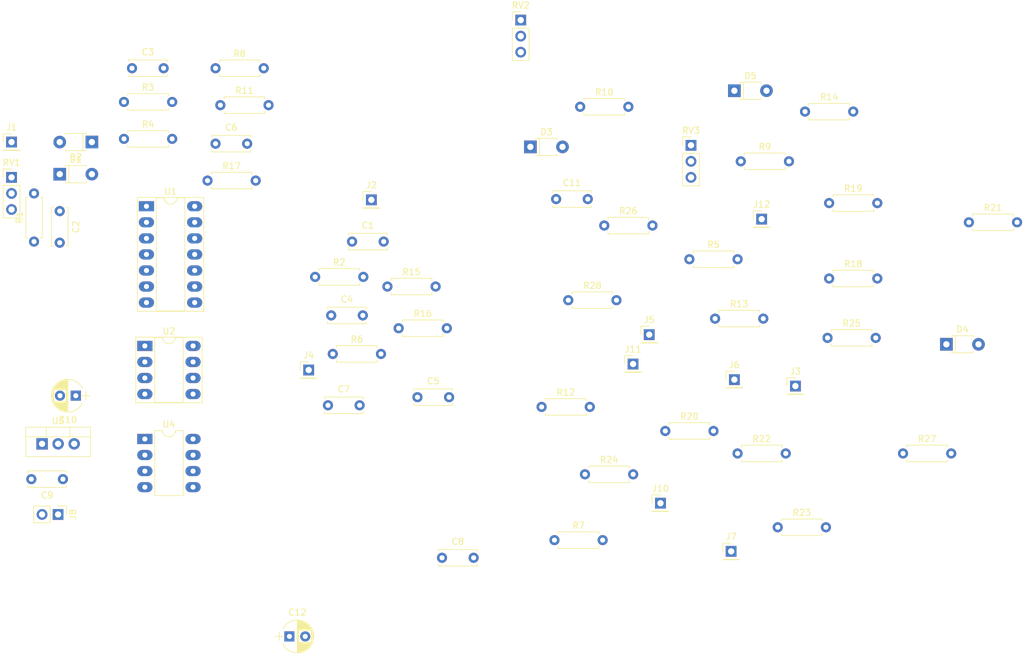
<source format=kicad_pcb>
(kicad_pcb (version 20221018) (generator pcbnew)
  (title_block (title "EDP Wasp VCF (+5v Powered)") (date "2019-12-23") (rev "1.0") (company "D Q McDonald") (comment 1 "Design by Juergen Haible"))
  (layers (0 "F.Cu" signal) (31 "B.Cu" signal) (34 "B.Paste" user) (35 "F.Paste" user) (36 "B.SilkS" user "B.Silkscreen") (37 "F.SilkS" user "F.Silkscreen") (38 "B.Mask" user) (39 "F.Mask" user) (44 "Edge.Cuts" user))
  (net 0 "")
  (net 1 "Net-(C1-Pad1)")
  (net 2 "Net-(C1-Pad2)")
  (net 3 "Net-(C2-Pad1)")
  (net 4 "Net-(C2-Pad2)")
  (net 5 "Net-(C11-Pad1)")
  (net 6 "GND")
  (net 7 "Net-(C4-Pad1)")
  (net 8 "Net-(C5-Pad1)")
  (net 9 "Net-(C6-Pad1)")
  (net 10 "Net-(C6-Pad2)")
  (net 11 "Net-(C7-Pad2)")
  (net 12 "Net-(C7-Pad1)")
  (net 13 "Net-(C8-Pad2)")
  (net 14 "Net-(C8-Pad1)")
  (net 15 "Net-(C9-Pad2)")
  (net 16 "+5V")
  (net 17 "Net-(C11-Pad2)")
  (net 18 "Net-(C12-Pad2)")
  (net 19 "Net-(C12-Pad1)")
  (net 20 "Net-(D3-Pad1)")
  (net 21 "Net-(D5-Pad2)")
  (net 22 "Net-(J1-Pad1)")
  (net 23 "Net-(J3-Pad1)")
  (net 24 "Net-(J5-Pad1)")
  (net 25 "Net-(J12-Pad1)")
  (net 26 "Net-(R1-Pad2)")
  (net 27 "Net-(R2-Pad1)")
  (net 28 "Net-(R5-Pad1)")
  (net 29 "Net-(R10-Pad1)")
  (net 30 "Net-(R12-Pad2)")
  (net 31 "Net-(R18-Pad2)")
  (net 32 "Net-(R18-Pad1)")
  (net 33 "Net-(R19-Pad2)")
  (net 34 "Net-(R20-Pad1)")
  (net 35 "Net-(R23-Pad1)")
  (net 36 "Net-(R24-Pad2)")
  (net 37 "Net-(R27-Pad1)")
  (net 38 "Net-(U2-Pad8)")
  (net 39 "Net-(U2-Pad1)")
  (net 40 "Net-(U4-Pad8)")
  (net 41 "Net-(U4-Pad1)")
  (footprint "Capacitors_ThroughHole:C_Disc_D6.0mm_W2.5mm_P5.00mm" (layer "F.Cu") (at 69.85 56.134)
    (fp_text reference "C1" (at 2.5 -2.56) (layer "F.SilkS"))
    (fp_text value "100nF")
    (pad "1" thru_hole circle (at 0 0) (size 1.6 1.6) (drill 0.8) (layers "*.Cu" "*.Mask") (net 1 "Net-(C1-Pad1)"))
    (pad "2" thru_hole circle (at 5 0) (size 1.6 1.6) (drill 0.8) (layers "*.Cu" "*.Mask") (net 2 "Net-(C1-Pad2)"))
  )
  (footprint "Capacitors_ThroughHole:C_Disc_D6.0mm_W2.5mm_P5.00mm" (layer "F.Cu") (at 23.622 51.308 -90)
    (fp_text reference "C2" (at 2.5 -2.56 90) (layer "F.SilkS"))
    (fp_text value "220nF")
    (pad "1" thru_hole circle (at 0 0 270) (size 1.6 1.6) (drill 0.8) (layers "*.Cu" "*.Mask") (net 3 "Net-(C2-Pad1)"))
    (pad "2" thru_hole circle (at 5 0 270) (size 1.6 1.6) (drill 0.8) (layers "*.Cu" "*.Mask") (net 4 "Net-(C2-Pad2)"))
  )
  (footprint "Capacitors_ThroughHole:C_Disc_D6.0mm_W2.5mm_P5.00mm" (layer "F.Cu") (at 35.052 28.702)
    (fp_text reference "C3" (at 2.5 -2.56) (layer "F.SilkS"))
    (fp_text value "68pF")
    (pad "1" thru_hole circle (at 0 0) (size 1.6 1.6) (drill 0.8) (layers "*.Cu" "*.Mask") (net 5 "Net-(C11-Pad1)"))
    (pad "2" thru_hole circle (at 5 0) (size 1.6 1.6) (drill 0.8) (layers "*.Cu" "*.Mask") (net 3 "Net-(C2-Pad1)"))
  )
  (footprint "Capacitors_ThroughHole:C_Disc_D6.0mm_W2.5mm_P5.00mm" (layer "F.Cu") (at 66.548 67.818)
    (fp_text reference "C4" (at 2.5 -2.56) (layer "F.SilkS"))
    (fp_text value "1nF")
    (pad "1" thru_hole circle (at 0 0) (size 1.6 1.6) (drill 0.8) (layers "*.Cu" "*.Mask") (net 7 "Net-(C4-Pad1)"))
    (pad "2" thru_hole circle (at 5 0) (size 1.6 1.6) (drill 0.8) (layers "*.Cu" "*.Mask") (net 6 "GND"))
  )
  (footprint "Capacitors_ThroughHole:C_Disc_D6.0mm_W2.5mm_P5.00mm" (layer "F.Cu") (at 80.189001 80.759001)
    (fp_text reference "C5" (at 2.5 -2.56) (layer "F.SilkS"))
    (fp_text value "220nF")
    (pad "1" thru_hole circle (at 0 0) (size 1.6 1.6) (drill 0.8) (layers "*.Cu" "*.Mask") (net 8 "Net-(C5-Pad1)"))
    (pad "2" thru_hole circle (at 5 0) (size 1.6 1.6) (drill 0.8) (layers "*.Cu" "*.Mask") (net 6 "GND"))
  )
  (footprint "Capacitors_ThroughHole:C_Disc_D6.0mm_W2.5mm_P5.00mm" (layer "F.Cu") (at 48.26 40.64)
    (fp_text reference "C6" (at 2.5 -2.56) (layer "F.SilkS"))
    (fp_text value "220nF")
    (pad "1" thru_hole circle (at 0 0) (size 1.6 1.6) (drill 0.8) (layers "*.Cu" "*.Mask") (net 9 "Net-(C6-Pad1)"))
    (pad "2" thru_hole circle (at 5 0) (size 1.6 1.6) (drill 0.8) (layers "*.Cu" "*.Mask") (net 10 "Net-(C6-Pad2)"))
  )
  (footprint "Capacitors_ThroughHole:C_Disc_D6.0mm_W2.5mm_P5.00mm" (layer "F.Cu") (at 66.04 82.042)
    (fp_text reference "C7" (at 2.5 -2.56) (layer "F.SilkS"))
    (fp_text value "1nF")
    (pad "1" thru_hole circle (at 0 0) (size 1.6 1.6) (drill 0.8) (layers "*.Cu" "*.Mask") (net 12 "Net-(C7-Pad1)"))
    (pad "2" thru_hole circle (at 5 0) (size 1.6 1.6) (drill 0.8) (layers "*.Cu" "*.Mask") (net 11 "Net-(C7-Pad2)"))
  )
  (footprint "Capacitors_ThroughHole:C_Disc_D6.0mm_W2.5mm_P5.00mm" (layer "F.Cu") (at 84.074 106.172)
    (fp_text reference "C8" (at 2.5 -2.56) (layer "F.SilkS"))
    (fp_text value "1nF")
    (pad "1" thru_hole circle (at 0 0) (size 1.6 1.6) (drill 0.8) (layers "*.Cu" "*.Mask") (net 14 "Net-(C8-Pad1)"))
    (pad "2" thru_hole circle (at 5 0) (size 1.6 1.6) (drill 0.8) (layers "*.Cu" "*.Mask") (net 13 "Net-(C8-Pad2)"))
  )
  (footprint "Capacitors_ThroughHole:C_Disc_D6.0mm_W2.5mm_P5.00mm" (layer "F.Cu") (at 24.13 93.726 180)
    (fp_text reference "C9" (at 2.5 -2.56) (layer "F.SilkS"))
    (fp_text value "100nF")
    (pad "1" thru_hole circle (at 0 0 180) (size 1.6 1.6) (drill 0.8) (layers "*.Cu" "*.Mask") (net 6 "GND"))
    (pad "2" thru_hole circle (at 5 0 180) (size 1.6 1.6) (drill 0.8) (layers "*.Cu" "*.Mask") (net 15 "Net-(C9-Pad2)"))
  )
  (footprint "Capacitors_ThroughHole:C_Disc_D6.0mm_W2.5mm_P5.00mm" (layer "F.Cu") (at 102.119001 49.409001)
    (fp_text reference "C11" (at 2.5 -2.56) (layer "F.SilkS"))
    (fp_text value "1nF")
    (pad "1" thru_hole circle (at 0 0) (size 1.6 1.6) (drill 0.8) (layers "*.Cu" "*.Mask") (net 5 "Net-(C11-Pad1)"))
    (pad "2" thru_hole circle (at 5 0) (size 1.6 1.6) (drill 0.8) (layers "*.Cu" "*.Mask") (net 17 "Net-(C11-Pad2)"))
  )
  (footprint "Diodes_ThroughHole:D_T-1_P5.08mm_Horizontal" (layer "F.Cu") (at 23.622 45.466)
    (fp_text reference "D1" (at 2.54 -2.36) (layer "F.SilkS"))
    (fp_text value "BAT85")
    (pad "1" thru_hole rect (at 0 0) (size 2 2) (drill 1) (layers "*.Cu" "*.Mask") (net 3 "Net-(C2-Pad1)"))
    (pad "2" thru_hole oval (at 5.08 0) (size 2 2) (drill 1) (layers "*.Cu" "*.Mask") (net 6 "GND"))
  )
  (footprint "Diodes_ThroughHole:D_T-1_P5.08mm_Horizontal" (layer "F.Cu") (at 28.702 40.386 180)
    (fp_text reference "D2" (at 2.54 -2.36) (layer "F.SilkS"))
    (fp_text value "BAT85")
    (pad "1" thru_hole rect (at 0 0 180) (size 2 2) (drill 1) (layers "*.Cu" "*.Mask") (net 16 "+5V"))
    (pad "2" thru_hole oval (at 5.08 0 180) (size 2 2) (drill 1) (layers "*.Cu" "*.Mask") (net 3 "Net-(C2-Pad1)"))
  )
  (footprint "Diodes_ThroughHole:D_T-1_P5.08mm_Horizontal" (layer "F.Cu") (at 98.044 41.148)
    (fp_text reference "D3" (at 2.54 -2.36) (layer "F.SilkS"))
    (fp_text value "1N4148")
    (pad "1" thru_hole rect (at 0 0) (size 2 2) (drill 1) (layers "*.Cu" "*.Mask") (net 20 "Net-(D3-Pad1)"))
    (pad "2" thru_hole oval (at 5.08 0) (size 2 2) (drill 1) (layers "*.Cu" "*.Mask") (net 3 "Net-(C2-Pad1)"))
  )
  (footprint "Diodes_ThroughHole:D_T-1_P5.08mm_Horizontal" (layer "F.Cu") (at 163.83 72.39)
    (fp_text reference "D4" (at 2.54 -2.36) (layer "F.SilkS"))
    (fp_text value "1N4148")
    (pad "1" thru_hole rect (at 0 0) (size 2 2) (drill 1) (layers "*.Cu" "*.Mask") (net 3 "Net-(C2-Pad1)"))
    (pad "2" thru_hole oval (at 5.08 0) (size 2 2) (drill 1) (layers "*.Cu" "*.Mask") (net 20 "Net-(D3-Pad1)"))
  )
  (footprint "Diodes_ThroughHole:D_T-1_P5.08mm_Horizontal" (layer "F.Cu") (at 130.302 32.258)
    (fp_text reference "D5" (at 2.54 -2.36) (layer "F.SilkS"))
    (fp_text value "1N4148")
    (pad "1" thru_hole rect (at 0 0) (size 2 2) (drill 1) (layers "*.Cu" "*.Mask") (net 6 "GND"))
    (pad "2" thru_hole oval (at 5.08 0) (size 2 2) (drill 1) (layers "*.Cu" "*.Mask") (net 21 "Net-(D5-Pad2)"))
  )
  (footprint "Pin_Headers:Pin_Header_Straight_1x01_Pitch2.54mm" (layer "F.Cu") (at 16.002 40.386)
    (fp_text reference "J1" (at 0 -2.33) (layer "F.SilkS"))
    (fp_text value "IN")
    (pad "1" thru_hole rect (at 0 0) (size 1.7 1.7) (drill 1) (layers "*.Cu" "*.Mask") (net 22 "Net-(J1-Pad1)"))
  )
  (footprint "Pin_Headers:Pin_Header_Straight_1x01_Pitch2.54mm" (layer "F.Cu") (at 72.898 49.53)
    (fp_text reference "J2" (at 0 -2.33) (layer "F.SilkS"))
    (fp_text value "DistIn")
    (pad "1" thru_hole rect (at 0 0) (size 1.7 1.7) (drill 1) (layers "*.Cu" "*.Mask") (net 2 "Net-(C1-Pad2)"))
  )
  (footprint "Pin_Headers:Pin_Header_Straight_1x01_Pitch2.54mm" (layer "F.Cu") (at 139.954 78.994)
    (fp_text reference "J3" (at 0 -2.33) (layer "F.SilkS"))
    (fp_text value "HP")
    (pad "1" thru_hole rect (at 0 0) (size 1.7 1.7) (drill 1) (layers "*.Cu" "*.Mask") (net 23 "Net-(J3-Pad1)"))
  )
  (footprint "Pin_Headers:Pin_Header_Straight_1x01_Pitch2.54mm" (layer "F.Cu") (at 62.992 76.454)
    (fp_text reference "J4" (at 0 -2.33) (layer "F.SilkS"))
    (fp_text value "DistOut")
    (pad "1" thru_hole rect (at 0 0) (size 1.7 1.7) (drill 1) (layers "*.Cu" "*.Mask") (net 12 "Net-(C7-Pad1)"))
  )
  (footprint "Pin_Headers:Pin_Header_Straight_1x01_Pitch2.54mm" (layer "F.Cu") (at 116.839001 70.859001)
    (fp_text reference "J5" (at 0 -2.33) (layer "F.SilkS"))
    (fp_text value "NP")
    (pad "1" thru_hole rect (at 0 0) (size 1.7 1.7) (drill 1) (layers "*.Cu" "*.Mask") (net 24 "Net-(J5-Pad1)"))
  )
  (footprint "Pin_Headers:Pin_Header_Straight_1x01_Pitch2.54mm" (layer "F.Cu") (at 130.302 77.978)
    (fp_text reference "J6" (at 0 -2.33) (layer "F.SilkS"))
    (fp_text value "LP")
    (pad "1" thru_hole rect (at 0 0) (size 1.7 1.7) (drill 1) (layers "*.Cu" "*.Mask") (net 5 "Net-(C11-Pad1)"))
  )
  (footprint "Pin_Headers:Pin_Header_Straight_1x01_Pitch2.54mm" (layer "F.Cu") (at 129.794 105.156)
    (fp_text reference "J7" (at 0 -2.33) (layer "F.SilkS"))
    (fp_text value "BP")
    (pad "1" thru_hole rect (at 0 0) (size 1.7 1.7) (drill 1) (layers "*.Cu" "*.Mask") (net 14 "Net-(C8-Pad1)"))
  )
  (footprint "Pin_Headers:Pin_Header_Straight_1x01_Pitch2.54mm" (layer "F.Cu") (at 118.618 97.536)
    (fp_text reference "J10" (at 0 -2.33) (layer "F.SilkS"))
    (fp_text value "OutIn")
    (pad "1" thru_hole rect (at 0 0) (size 1.7 1.7) (drill 1) (layers "*.Cu" "*.Mask") (net 19 "Net-(C12-Pad1)"))
  )
  (footprint "Pin_Headers:Pin_Header_Straight_1x01_Pitch2.54mm" (layer "F.Cu") (at 114.289001 75.509001)
    (fp_text reference "J11" (at 0 -2.33) (layer "F.SilkS"))
    (fp_text value "OutOut")
    (pad "1" thru_hole rect (at 0 0) (size 1.7 1.7) (drill 1) (layers "*.Cu" "*.Mask") (net 18 "Net-(C12-Pad2)"))
  )
  (footprint "Pin_Headers:Pin_Header_Straight_1x01_Pitch2.54mm" (layer "F.Cu") (at 134.62 52.578)
    (fp_text reference "J12" (at 0 -2.33) (layer "F.SilkS"))
    (fp_text value "CV In")
    (pad "1" thru_hole rect (at 0 0) (size 1.7 1.7) (drill 1) (layers "*.Cu" "*.Mask") (net 25 "Net-(J12-Pad1)"))
  )
  (footprint "Housings_DIP:DIP-14_W7.62mm_Socket_LongPads" (layer "F.Cu") (at 37.338 50.546)
    (fp_text reference "U1" (at 3.81 -2.33) (layer "F.SilkS"))
    (fp_text value "4069")
    (pad "1" thru_hole rect (at 0 0) (size 2.4 1.6) (drill 0.8) (layers "*.Cu" "*.Mask") (net 3 "Net-(C2-Pad1)"))
    (pad "2" thru_hole oval (at 0 2.54) (size 2.4 1.6) (drill 0.8) (layers "*.Cu" "*.Mask") (net 23 "Net-(J3-Pad1)"))
    (pad "3" thru_hole oval (at 0 5.08) (size 2.4 1.6) (drill 0.8) (layers "*.Cu" "*.Mask") (net 13 "Net-(C8-Pad2)"))
    (pad "4" thru_hole oval (at 0 7.62) (size 2.4 1.6) (drill 0.8) (layers "*.Cu" "*.Mask") (net 14 "Net-(C8-Pad1)"))
    (pad "5" thru_hole oval (at 0 10.16) (size 2.4 1.6) (drill 0.8) (layers "*.Cu" "*.Mask") (net 17 "Net-(C11-Pad2)"))
    (pad "6" thru_hole oval (at 0 12.7) (size 2.4 1.6) (drill 0.8) (layers "*.Cu" "*.Mask") (net 5 "Net-(C11-Pad1)"))
    (pad "7" thru_hole oval (at 0 15.24) (size 2.4 1.6) (drill 0.8) (layers "*.Cu" "*.Mask") (net 6 "GND"))
    (pad "8" thru_hole oval (at 7.62 15.24) (size 2.4 1.6) (drill 0.8) (layers "*.Cu" "*.Mask") (net 24 "Net-(J5-Pad1)"))
    (pad "9" thru_hole oval (at 7.62 12.7) (size 2.4 1.6) (drill 0.8) (layers "*.Cu" "*.Mask") (net 9 "Net-(C6-Pad1)"))
    (pad "10" thru_hole oval (at 7.62 10.16) (size 2.4 1.6) (drill 0.8) (layers "*.Cu" "*.Mask") (net 27 "Net-(R2-Pad1)"))
    (pad "11" thru_hole oval (at 7.62 7.62) (size 2.4 1.6) (drill 0.8) (layers "*.Cu" "*.Mask") (net 1 "Net-(C1-Pad1)"))
    (pad "12" thru_hole oval (at 7.62 5.08) (size 2.4 1.6) (drill 0.8) (layers "*.Cu" "*.Mask") (net 12 "Net-(C7-Pad1)"))
    (pad "13" thru_hole oval (at 7.62 2.54) (size 2.4 1.6) (drill 0.8) (layers "*.Cu" "*.Mask") (net 11 "Net-(C7-Pad2)"))
    (pad "14" thru_hole oval (at 7.62 0) (size 2.4 1.6) (drill 0.8) (layers "*.Cu" "*.Mask") (net 16 "+5V"))
  )
  (footprint "Housings_DIP:DIP-8_W7.62mm_Socket_LongPads" (layer "F.Cu") (at 37.084 72.644)
    (fp_text reference "U2" (at 3.81 -2.33) (layer "F.SilkS"))
    (fp_text value "CA3080")
    (pad "1" thru_hole rect (at 0 0) (size 2.4 1.6) (drill 0.8) (layers "*.Cu" "*.Mask") (net 39 "Net-(U2-Pad1)"))
    (pad "2" thru_hole oval (at 0 2.54) (size 2.4 1.6) (drill 0.8) (layers "*.Cu" "*.Mask") (net 29 "Net-(R10-Pad1)"))
    (pad "3" thru_hole oval (at 0 5.08) (size 2.4 1.6) (drill 0.8) (layers "*.Cu" "*.Mask") (net 30 "Net-(R12-Pad2)"))
    (pad "4" thru_hole oval (at 0 7.62) (size 2.4 1.6) (drill 0.8) (layers "*.Cu" "*.Mask") (net 6 "GND"))
    (pad "5" thru_hole oval (at 7.62 7.62) (size 2.4 1.6) (drill 0.8) (layers "*.Cu" "*.Mask") (net 32 "Net-(R18-Pad1)"))
    (pad "6" thru_hole oval (at 7.62 5.08) (size 2.4 1.6) (drill 0.8) (layers "*.Cu" "*.Mask") (net 13 "Net-(C8-Pad2)"))
    (pad "7" thru_hole oval (at 7.62 2.54) (size 2.4 1.6) (drill 0.8) (layers "*.Cu" "*.Mask") (net 16 "+5V"))
    (pad "8" thru_hole oval (at 7.62 0) (size 2.4 1.6) (drill 0.8) (layers "*.Cu" "*.Mask") (net 38 "Net-(U2-Pad8)"))
  )
  (footprint "TO_SOT_Packages_THT:TO-220-3_Vertical" (layer "F.Cu") (at 20.828 88.138)
    (fp_text reference "U3" (at 2.54 -3.62) (layer "F.SilkS"))
    (fp_text value "L7805")
    (pad "1" thru_hole rect (at 0 0) (size 1.8 1.8) (drill 1) (layers "*.Cu" "*.Mask") (net 15 "Net-(C9-Pad2)"))
    (pad "2" thru_hole oval (at 2.54 0) (size 1.8 1.8) (drill 1) (layers "*.Cu" "*.Mask") (net 6 "GND"))
    (pad "3" thru_hole oval (at 5.08 0) (size 1.8 1.8) (drill 1) (layers "*.Cu" "*.Mask") (net 16 "+5V"))
  )
  (footprint "Housings_DIP:DIP-8_W7.62mm_LongPads" (layer "F.Cu") (at 37.084 87.376)
    (fp_text reference "U4" (at 3.81 -2.33) (layer "F.SilkS"))
    (fp_text value "CA3080")
    (pad "1" thru_hole rect (at 0 0) (size 2.4 1.6) (drill 0.8) (layers "*.Cu" "*.Mask") (net 41 "Net-(U4-Pad1)"))
    (pad "2" thru_hole oval (at 0 2.54) (size 2.4 1.6) (drill 0.8) (layers "*.Cu" "*.Mask") (net 34 "Net-(R20-Pad1)"))
    (pad "3" thru_hole oval (at 0 5.08) (size 2.4 1.6) (drill 0.8) (layers "*.Cu" "*.Mask") (net 33 "Net-(R19-Pad2)"))
    (pad "4" thru_hole oval (at 0 7.62) (size 2.4 1.6) (drill 0.8) (layers "*.Cu" "*.Mask") (net 6 "GND"))
    (pad "5" thru_hole oval (at 7.62 7.62) (size 2.4 1.6) (drill 0.8) (layers "*.Cu" "*.Mask") (net 35 "Net-(R23-Pad1)"))
    (pad "6" thru_hole oval (at 7.62 5.08) (size 2.4 1.6) (drill 0.8) (layers "*.Cu" "*.Mask") (net 17 "Net-(C11-Pad2)"))
    (pad "7" thru_hole oval (at 7.62 2.54) (size 2.4 1.6) (drill 0.8) (layers "*.Cu" "*.Mask") (net 16 "+5V"))
    (pad "8" thru_hole oval (at 7.62 0) (size 2.4 1.6) (drill 0.8) (layers "*.Cu" "*.Mask") (net 40 "Net-(U4-Pad8)"))
  )
  (footprint "Pin_Headers:Pin_Header_Straight_1x02_Pitch2.54mm" (layer "F.Cu") (at 23.368 99.314 -90)
    (fp_text reference "J8" (at 0 -2.33 90) (layer "F.SilkS"))
    (fp_text value "12V")
    (pad "1" thru_hole rect (at 0 0 270) (size 1.7 1.7) (drill 1) (layers "*.Cu" "*.Mask") (net 6 "GND"))
    (pad "2" thru_hole oval (at 0 2.54 270) (size 1.7 1.7) (drill 1) (layers "*.Cu" "*.Mask") (net 15 "Net-(C9-Pad2)"))
  )
  (footprint "Pin_Headers:Pin_Header_Straight_1x03_Pitch2.54mm" (layer "F.Cu") (at 16.002 45.974)
    (fp_text reference "RV1" (at 0 -2.33) (layer "F.SilkS"))
    (fp_text value "50K")
    (pad "1" thru_hole rect (at 0 0) (size 1.7 1.7) (drill 1) (layers "*.Cu" "*.Mask") (net 22 "Net-(J1-Pad1)"))
    (pad "2" thru_hole oval (at 0 2.54) (size 1.7 1.7) (drill 1) (layers "*.Cu" "*.Mask") (net 26 "Net-(R1-Pad2)"))
    (pad "3" thru_hole oval (at 0 5.08) (size 1.7 1.7) (drill 1) (layers "*.Cu" "*.Mask") (net 6 "GND"))
  )
  (footprint "Pin_Headers:Pin_Header_Straight_1x03_Pitch2.54mm" (layer "F.Cu") (at 96.52 21.082)
    (fp_text reference "RV2" (at 0 -2.33) (layer "F.SilkS"))
    (fp_text value "47K")
    (pad "1" thru_hole rect (at 0 0) (size 1.7 1.7) (drill 1) (layers "*.Cu" "*.Mask") (net 14 "Net-(C8-Pad1)"))
    (pad "2" thru_hole oval (at 0 2.54) (size 1.7 1.7) (drill 1) (layers "*.Cu" "*.Mask") (net 28 "Net-(R5-Pad1)"))
    (pad "3" thru_hole oval (at 0 5.08) (size 1.7 1.7) (drill 1) (layers "*.Cu" "*.Mask") (net 8 "Net-(C5-Pad1)"))
  )
  (footprint "Pin_Headers:Pin_Header_Straight_1x03_Pitch2.54mm" (layer "F.Cu") (at 123.444 40.894)
    (fp_text reference "RV3" (at 0 -2.33) (layer "F.SilkS"))
    (fp_text value "10K")
    (pad "1" thru_hole rect (at 0 0) (size 1.7 1.7) (drill 1) (layers "*.Cu" "*.Mask") (net 21 "Net-(D5-Pad2)"))
    (pad "2" thru_hole oval (at 0 2.54) (size 1.7 1.7) (drill 1) (layers "*.Cu" "*.Mask") (net 37 "Net-(R27-Pad1)"))
    (pad "3" thru_hole oval (at 0 5.08) (size 1.7 1.7) (drill 1) (layers "*.Cu" "*.Mask") (net 36 "Net-(R24-Pad2)"))
  )
  (footprint "Capacitors_ThroughHole:CP_Radial_D5.0mm_P2.50mm" (layer "F.Cu") (at 26.162 80.518 180)
    (fp_text reference "C10" (at 1.25 -3.81) (layer "F.SilkS"))
    (fp_text value "10uF")
    (pad "1" thru_hole rect (at 0 0 180) (size 1.6 1.6) (drill 0.8) (layers "*.Cu" "*.Mask") (net 16 "+5V"))
    (pad "2" thru_hole circle (at 2.5 0 180) (size 1.6 1.6) (drill 0.8) (layers "*.Cu" "*.Mask") (net 6 "GND"))
  )
  (footprint "Capacitors_ThroughHole:CP_Radial_D5.0mm_P2.50mm" (layer "F.Cu") (at 59.944 118.618)
    (fp_text reference "C12" (at 1.25 -3.81) (layer "F.SilkS"))
    (fp_text value "10uF")
    (pad "1" thru_hole rect (at 0 0) (size 1.6 1.6) (drill 0.8) (layers "*.Cu" "*.Mask") (net 19 "Net-(C12-Pad1)"))
    (pad "2" thru_hole circle (at 2.5 0) (size 1.6 1.6) (drill 0.8) (layers "*.Cu" "*.Mask") (net 18 "Net-(C12-Pad2)"))
  )
  (footprint "Resistors_ThroughHole:R_Axial_DIN0207_L6.3mm_D2.5mm_P7.62mm_Horizontal" (layer "F.Cu") (at 19.558 56.134 90)
    (fp_text reference "R1" (at 3.81 -2.31 90) (layer "F.SilkS"))
    (fp_text value "33K")
    (pad "1" thru_hole circle (at 0 0 90) (size 1.6 1.6) (drill 0.8) (layers "*.Cu" "*.Mask") (net 4 "Net-(C2-Pad2)"))
    (pad "2" thru_hole oval (at 7.62 0 90) (size 1.6 1.6) (drill 0.8) (layers "*.Cu" "*.Mask") (net 26 "Net-(R1-Pad2)"))
  )
  (footprint "Resistors_ThroughHole:R_Axial_DIN0207_L6.3mm_D2.5mm_P7.62mm_Horizontal" (layer "F.Cu") (at 64.008 61.722)
    (fp_text reference "R2" (at 3.81 -2.31) (layer "F.SilkS"))
    (fp_text value "1M")
    (pad "1" thru_hole circle (at 0 0) (size 1.6 1.6) (drill 0.8) (layers "*.Cu" "*.Mask") (net 27 "Net-(R2-Pad1)"))
    (pad "2" thru_hole oval (at 7.62 0) (size 1.6 1.6) (drill 0.8) (layers "*.Cu" "*.Mask") (net 1 "Net-(C1-Pad1)"))
  )
  (footprint "Resistors_ThroughHole:R_Axial_DIN0207_L6.3mm_D2.5mm_P7.62mm_Horizontal" (layer "F.Cu") (at 33.782 34.036)
    (fp_text reference "R3" (at 3.81 -2.31) (layer "F.SilkS"))
    (fp_text value "33K")
    (pad "1" thru_hole circle (at 0 0) (size 1.6 1.6) (drill 0.8) (layers "*.Cu" "*.Mask") (net 5 "Net-(C11-Pad1)"))
    (pad "2" thru_hole oval (at 7.62 0) (size 1.6 1.6) (drill 0.8) (layers "*.Cu" "*.Mask") (net 3 "Net-(C2-Pad1)"))
  )
  (footprint "Resistors_ThroughHole:R_Axial_DIN0207_L6.3mm_D2.5mm_P7.62mm_Horizontal" (layer "F.Cu") (at 33.782 39.878)
    (fp_text reference "R4" (at 3.81 -2.31) (layer "F.SilkS"))
    (fp_text value "33K")
    (pad "1" thru_hole circle (at 0 0) (size 1.6 1.6) (drill 0.8) (layers "*.Cu" "*.Mask") (net 23 "Net-(J3-Pad1)"))
    (pad "2" thru_hole oval (at 7.62 0) (size 1.6 1.6) (drill 0.8) (layers "*.Cu" "*.Mask") (net 3 "Net-(C2-Pad1)"))
  )
  (footprint "Resistors_ThroughHole:R_Axial_DIN0207_L6.3mm_D2.5mm_P7.62mm_Horizontal" (layer "F.Cu") (at 123.19 58.928)
    (fp_text reference "R5" (at 3.81 -2.31) (layer "F.SilkS"))
    (fp_text value "33K")
    (pad "1" thru_hole circle (at 0 0) (size 1.6 1.6) (drill 0.8) (layers "*.Cu" "*.Mask") (net 28 "Net-(R5-Pad1)"))
    (pad "2" thru_hole oval (at 7.62 0) (size 1.6 1.6) (drill 0.8) (layers "*.Cu" "*.Mask") (net 3 "Net-(C2-Pad1)"))
  )
  (footprint "Resistors_ThroughHole:R_Axial_DIN0207_L6.3mm_D2.5mm_P7.62mm_Horizontal" (layer "F.Cu") (at 66.802 73.914)
    (fp_text reference "R6" (at 3.81 -2.31) (layer "F.SilkS"))
    (fp_text value "51K")
    (pad "1" thru_hole circle (at 0 0) (size 1.6 1.6) (drill 0.8) (layers "*.Cu" "*.Mask") (net 7 "Net-(C4-Pad1)"))
    (pad "2" thru_hole oval (at 7.62 0) (size 1.6 1.6) (drill 0.8) (layers "*.Cu" "*.Mask") (net 27 "Net-(R2-Pad1)"))
  )
  (footprint "Resistors_ThroughHole:R_Axial_DIN0207_L6.3mm_D2.5mm_P7.62mm_Horizontal" (layer "F.Cu") (at 101.854 103.378)
    (fp_text reference "R7" (at 3.81 -2.31) (layer "F.SilkS"))
    (fp_text value "100K")
    (pad "1" thru_hole circle (at 0 0) (size 1.6 1.6) (drill 0.8) (layers "*.Cu" "*.Mask") (net 20 "Net-(D3-Pad1)"))
    (pad "2" thru_hole oval (at 7.62 0) (size 1.6 1.6) (drill 0.8) (layers "*.Cu" "*.Mask") (net 8 "Net-(C5-Pad1)"))
  )
  (footprint "Resistors_ThroughHole:R_Axial_DIN0207_L6.3mm_D2.5mm_P7.62mm_Horizontal" (layer "F.Cu") (at 48.26 28.702)
    (fp_text reference "R8" (at 3.81 -2.31) (layer "F.SilkS"))
    (fp_text value "100K")
    (pad "1" thru_hole circle (at 0 0) (size 1.6 1.6) (drill 0.8) (layers "*.Cu" "*.Mask") (net 10 "Net-(C6-Pad2)"))
    (pad "2" thru_hole oval (at 7.62 0) (size 1.6 1.6) (drill 0.8) (layers "*.Cu" "*.Mask") (net 5 "Net-(C11-Pad1)"))
  )
  (footprint "Resistors_ThroughHole:R_Axial_DIN0207_L6.3mm_D2.5mm_P7.62mm_Horizontal" (layer "F.Cu") (at 131.318 43.434)
    (fp_text reference "R9" (at 3.81 -2.31) (layer "F.SilkS"))
    (fp_text value "100K")
    (pad "1" thru_hole circle (at 0 0) (size 1.6 1.6) (drill 0.8) (layers "*.Cu" "*.Mask") (net 14 "Net-(C8-Pad1)"))
    (pad "2" thru_hole oval (at 7.62 0) (size 1.6 1.6) (drill 0.8) (layers "*.Cu" "*.Mask") (net 20 "Net-(D3-Pad1)"))
  )
  (footprint "Resistors_ThroughHole:R_Axial_DIN0207_L6.3mm_D2.5mm_P7.62mm_Horizontal" (layer "F.Cu") (at 105.918 34.798)
    (fp_text reference "R10" (at 3.81 -2.31) (layer "F.SilkS"))
    (fp_text value "51K")
    (pad "1" thru_hole circle (at 0 0) (size 1.6 1.6) (drill 0.8) (layers "*.Cu" "*.Mask") (net 29 "Net-(R10-Pad1)"))
    (pad "2" thru_hole oval (at 7.62 0) (size 1.6 1.6) (drill 0.8) (layers "*.Cu" "*.Mask") (net 23 "Net-(J3-Pad1)"))
  )
  (footprint "Resistors_ThroughHole:R_Axial_DIN0207_L6.3mm_D2.5mm_P7.62mm_Horizontal" (layer "F.Cu") (at 49.022 34.544)
    (fp_text reference "R11" (at 3.81 -2.31) (layer "F.SilkS"))
    (fp_text value "100K")
    (pad "1" thru_hole circle (at 0 0) (size 1.6 1.6) (drill 0.8) (layers "*.Cu" "*.Mask") (net 10 "Net-(C6-Pad2)"))
    (pad "2" thru_hole oval (at 7.62 0) (size 1.6 1.6) (drill 0.8) (layers "*.Cu" "*.Mask") (net 23 "Net-(J3-Pad1)"))
  )
  (footprint "Resistors_ThroughHole:R_Axial_DIN0207_L6.3mm_D2.5mm_P7.62mm_Horizontal" (layer "F.Cu") (at 99.822 82.296)
    (fp_text reference "R12" (at 3.81 -2.31) (layer "F.SilkS"))
    (fp_text value "33K")
    (pad "1" thru_hole circle (at 0 0) (size 1.6 1.6) (drill 0.8) (layers "*.Cu" "*.Mask") (net 6 "GND"))
    (pad "2" thru_hole oval (at 7.62 0) (size 1.6 1.6) (drill 0.8) (layers "*.Cu" "*.Mask") (net 30 "Net-(R12-Pad2)"))
  )
  (footprint "Resistors_ThroughHole:R_Axial_DIN0207_L6.3mm_D2.5mm_P7.62mm_Horizontal" (layer "F.Cu") (at 127.254 68.326)
    (fp_text reference "R13" (at 3.81 -2.31) (layer "F.SilkS"))
    (fp_text value "33K")
    (pad "1" thru_hole circle (at 0 0) (size 1.6 1.6) (drill 0.8) (layers "*.Cu" "*.Mask") (net 16 "+5V"))
    (pad "2" thru_hole oval (at 7.62 0) (size 1.6 1.6) (drill 0.8) (layers "*.Cu" "*.Mask") (net 30 "Net-(R12-Pad2)"))
  )
  (footprint "Resistors_ThroughHole:R_Axial_DIN0207_L6.3mm_D2.5mm_P7.62mm_Horizontal" (layer "F.Cu") (at 141.478 35.56)
    (fp_text reference "R14" (at 3.81 -2.31) (layer "F.SilkS"))
    (fp_text value "1K")
    (pad "1" thru_hole circle (at 0 0) (size 1.6 1.6) (drill 0.8) (layers "*.Cu" "*.Mask") (net 30 "Net-(R12-Pad2)"))
    (pad "2" thru_hole oval (at 7.62 0) (size 1.6 1.6) (drill 0.8) (layers "*.Cu" "*.Mask") (net 29 "Net-(R10-Pad1)"))
  )
  (footprint "Resistors_ThroughHole:R_Axial_DIN0207_L6.3mm_D2.5mm_P7.62mm_Horizontal" (layer "F.Cu") (at 75.438 63.246)
    (fp_text reference "R15" (at 3.81 -2.31) (layer "F.SilkS"))
    (fp_text value "100K")
    (pad "1" thru_hole circle (at 0 0) (size 1.6 1.6) (drill 0.8) (layers "*.Cu" "*.Mask") (net 11 "Net-(C7-Pad2)"))
    (pad "2" thru_hole oval (at 7.62 0) (size 1.6 1.6) (drill 0.8) (layers "*.Cu" "*.Mask") (net 7 "Net-(C4-Pad1)"))
  )
  (footprint "Resistors_ThroughHole:R_Axial_DIN0207_L6.3mm_D2.5mm_P7.62mm_Horizontal" (layer "F.Cu") (at 77.216 69.85)
    (fp_text reference "R16" (at 3.81 -2.31) (layer "F.SilkS"))
    (fp_text value "33K")
    (pad "1" thru_hole circle (at 0 0) (size 1.6 1.6) (drill 0.8) (layers "*.Cu" "*.Mask") (net 12 "Net-(C7-Pad1)"))
    (pad "2" thru_hole oval (at 7.62 0) (size 1.6 1.6) (drill 0.8) (layers "*.Cu" "*.Mask") (net 11 "Net-(C7-Pad2)"))
  )
  (footprint "Resistors_ThroughHole:R_Axial_DIN0207_L6.3mm_D2.5mm_P7.62mm_Horizontal" (layer "F.Cu") (at 46.99 46.482)
    (fp_text reference "R17" (at 3.81 -2.31) (layer "F.SilkS"))
    (fp_text value "100K")
    (pad "1" thru_hole circle (at 0 0) (size 1.6 1.6) (drill 0.8) (layers "*.Cu" "*.Mask") (net 24 "Net-(J5-Pad1)"))
    (pad "2" thru_hole oval (at 7.62 0) (size 1.6 1.6) (drill 0.8) (layers "*.Cu" "*.Mask") (net 9 "Net-(C6-Pad1)"))
  )
  (footprint "Resistors_ThroughHole:R_Axial_DIN0207_L6.3mm_D2.5mm_P7.62mm_Horizontal" (layer "F.Cu") (at 145.288 61.976)
    (fp_text reference "R18" (at 3.81 -2.31) (layer "F.SilkS"))
    (fp_text value "4.7K")
    (pad "1" thru_hole circle (at 0 0) (size 1.6 1.6) (drill 0.8) (layers "*.Cu" "*.Mask") (net 32 "Net-(R18-Pad1)"))
    (pad "2" thru_hole oval (at 7.62 0) (size 1.6 1.6) (drill 0.8) (layers "*.Cu" "*.Mask") (net 31 "Net-(R18-Pad2)"))
  )
  (footprint "Resistors_ThroughHole:R_Axial_DIN0207_L6.3mm_D2.5mm_P7.62mm_Horizontal" (layer "F.Cu") (at 145.288 50.038)
    (fp_text reference "R19" (at 3.81 -2.31) (layer "F.SilkS"))
    (fp_text value "33K")
    (pad "1" thru_hole circle (at 0 0) (size 1.6 1.6) (drill 0.8) (layers "*.Cu" "*.Mask") (net 6 "GND"))
    (pad "2" thru_hole oval (at 7.62 0) (size 1.6 1.6) (drill 0.8) (layers "*.Cu" "*.Mask") (net 33 "Net-(R19-Pad2)"))
  )
  (footprint "Resistors_ThroughHole:R_Axial_DIN0207_L6.3mm_D2.5mm_P7.62mm_Horizontal" (layer "F.Cu") (at 119.38 86.106)
    (fp_text reference "R20" (at 3.81 -2.31) (layer "F.SilkS"))
    (fp_text value "51K")
    (pad "1" thru_hole circle (at 0 0) (size 1.6 1.6) (drill 0.8) (layers "*.Cu" "*.Mask") (net 34 "Net-(R20-Pad1)"))
    (pad "2" thru_hole oval (at 7.62 0) (size 1.6 1.6) (drill 0.8) (layers "*.Cu" "*.Mask") (net 14 "Net-(C8-Pad1)"))
  )
  (footprint "Resistors_ThroughHole:R_Axial_DIN0207_L6.3mm_D2.5mm_P7.62mm_Horizontal" (layer "F.Cu") (at 167.386 53.086)
    (fp_text reference "R21" (at 3.81 -2.31) (layer "F.SilkS"))
    (fp_text value "1K")
    (pad "1" thru_hole circle (at 0 0) (size 1.6 1.6) (drill 0.8) (layers "*.Cu" "*.Mask") (net 33 "Net-(R19-Pad2)"))
    (pad "2" thru_hole oval (at 7.62 0) (size 1.6 1.6) (drill 0.8) (layers "*.Cu" "*.Mask") (net 34 "Net-(R20-Pad1)"))
  )
  (footprint "Resistors_ThroughHole:R_Axial_DIN0207_L6.3mm_D2.5mm_P7.62mm_Horizontal" (layer "F.Cu") (at 130.81 89.662)
    (fp_text reference "R22" (at 3.81 -2.31) (layer "F.SilkS"))
    (fp_text value "33K")
    (pad "1" thru_hole circle (at 0 0) (size 1.6 1.6) (drill 0.8) (layers "*.Cu" "*.Mask") (net 16 "+5V"))
    (pad "2" thru_hole oval (at 7.62 0) (size 1.6 1.6) (drill 0.8) (layers "*.Cu" "*.Mask") (net 33 "Net-(R19-Pad2)"))
  )
  (footprint "Resistors_ThroughHole:R_Axial_DIN0207_L6.3mm_D2.5mm_P7.62mm_Horizontal" (layer "F.Cu") (at 137.16 101.346)
    (fp_text reference "R23" (at 3.81 -2.31) (layer "F.SilkS"))
    (fp_text value "4.7K")
    (pad "1" thru_hole circle (at 0 0) (size 1.6 1.6) (drill 0.8) (layers "*.Cu" "*.Mask") (net 35 "Net-(R23-Pad1)"))
    (pad "2" thru_hole oval (at 7.62 0) (size 1.6 1.6) (drill 0.8) (layers "*.Cu" "*.Mask") (net 31 "Net-(R18-Pad2)"))
  )
  (footprint "Resistors_ThroughHole:R_Axial_DIN0207_L6.3mm_D2.5mm_P7.62mm_Horizontal" (layer "F.Cu") (at 106.68 92.964)
    (fp_text reference "R24" (at 3.81 -2.31) (layer "F.SilkS"))
    (fp_text value "1K")
    (pad "1" thru_hole circle (at 0 0) (size 1.6 1.6) (drill 0.8) (layers "*.Cu" "*.Mask") (net 16 "+5V"))
    (pad "2" thru_hole oval (at 7.62 0) (size 1.6 1.6) (drill 0.8) (layers "*.Cu" "*.Mask") (net 36 "Net-(R24-Pad2)"))
  )
  (footprint "Resistors_ThroughHole:R_Axial_DIN0207_L6.3mm_D2.5mm_P7.62mm_Horizontal" (layer "F.Cu") (at 145.034 71.374)
    (fp_text reference "R25" (at 3.81 -2.31) (layer "F.SilkS"))
    (fp_text value "10K")
    (pad "1" thru_hole circle (at 0 0) (size 1.6 1.6) (drill 0.8) (layers "*.Cu" "*.Mask") (net 25 "Net-(J12-Pad1)"))
    (pad "2" thru_hole oval (at 7.62 0) (size 1.6 1.6) (drill 0.8) (layers "*.Cu" "*.Mask") (net 31 "Net-(R18-Pad2)"))
  )
  (footprint "Resistors_ThroughHole:R_Axial_DIN0207_L6.3mm_D2.5mm_P7.62mm_Horizontal" (layer "F.Cu") (at 109.728 53.594)
    (fp_text reference "R26" (at 3.81 -2.31) (layer "F.SilkS"))
    (fp_text value "470K")
    (pad "1" thru_hole circle (at 0 0) (size 1.6 1.6) (drill 0.8) (layers "*.Cu" "*.Mask") (net 18 "Net-(C12-Pad2)"))
    (pad "2" thru_hole oval (at 7.62 0) (size 1.6 1.6) (drill 0.8) (layers "*.Cu" "*.Mask") (net 6 "GND"))
  )
  (footprint "Resistors_ThroughHole:R_Axial_DIN0207_L6.3mm_D2.5mm_P7.62mm_Horizontal" (layer "F.Cu") (at 156.972 89.662)
    (fp_text reference "R27" (at 3.81 -2.31) (layer "F.SilkS"))
    (fp_text value "1K")
    (pad "1" thru_hole circle (at 0 0) (size 1.6 1.6) (drill 0.8) (layers "*.Cu" "*.Mask") (net 37 "Net-(R27-Pad1)"))
    (pad "2" thru_hole oval (at 7.62 0) (size 1.6 1.6) (drill 0.8) (layers "*.Cu" "*.Mask") (net 31 "Net-(R18-Pad2)"))
  )
  (footprint "Resistors_ThroughHole:R_Axial_DIN0207_L6.3mm_D2.5mm_P7.62mm_Horizontal" (layer "F.Cu") (at 104.039001 65.409001)
    (fp_text reference "R28" (at 3.81 -2.31) (layer "F.SilkS"))
    (fp_text value "1K")
    (pad "1" thru_hole circle (at 0 0) (size 1.6 1.6) (drill 0.8) (layers "*.Cu" "*.Mask") (net 6 "GND"))
    (pad "2" thru_hole oval (at 7.62 0) (size 1.6 1.6) (drill 0.8) (layers "*.Cu" "*.Mask") (net 21 "Net-(D5-Pad2)"))
  )
)
</source>
